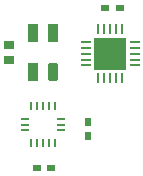
<source format=gbp>
G04 Layer_Color=16770453*
%FSLAX24Y24*%
%MOIN*%
G70*
G01*
G75*
%ADD17R,0.0280X0.0240*%
%ADD18R,0.0335X0.0630*%
G04:AMPARAMS|DCode=19|XSize=63mil|YSize=33.5mil|CornerRadius=8.4mil|HoleSize=0mil|Usage=FLASHONLY|Rotation=90.000|XOffset=0mil|YOffset=0mil|HoleType=Round|Shape=RoundedRectangle|*
%AMROUNDEDRECTD19*
21,1,0.0630,0.0167,0,0,90.0*
21,1,0.0463,0.0335,0,0,90.0*
1,1,0.0167,0.0084,0.0231*
1,1,0.0167,0.0084,-0.0231*
1,1,0.0167,-0.0084,-0.0231*
1,1,0.0167,-0.0084,0.0231*
%
%ADD19ROUNDEDRECTD19*%
%ADD20O,0.0276X0.0098*%
%ADD21O,0.0098X0.0276*%
%ADD22R,0.0240X0.0280*%
%ADD23R,0.0354X0.0315*%
%ADD24R,0.1063X0.1063*%
%ADD25O,0.0098X0.0354*%
%ADD26O,0.0354X0.0098*%
D17*
X25705Y25118D02*
D03*
X26185D02*
D03*
X23421Y19764D02*
D03*
X23901D02*
D03*
D18*
X23967Y24272D02*
D03*
X23278D02*
D03*
Y22972D02*
D03*
D19*
X23967D02*
D03*
D20*
X24232Y21024D02*
D03*
Y21220D02*
D03*
Y21417D02*
D03*
X23012D02*
D03*
Y21220D02*
D03*
Y21024D02*
D03*
D21*
X24016Y21831D02*
D03*
X23819D02*
D03*
X23622D02*
D03*
X23425D02*
D03*
X23228D02*
D03*
Y20610D02*
D03*
X23425D02*
D03*
X23622D02*
D03*
X23819D02*
D03*
X24016D02*
D03*
D22*
X25118Y21303D02*
D03*
Y20823D02*
D03*
D23*
X22480Y23376D02*
D03*
Y23868D02*
D03*
D24*
X25866Y23583D02*
D03*
D25*
X26260Y24390D02*
D03*
X26063D02*
D03*
X25866D02*
D03*
X25669D02*
D03*
X25472D02*
D03*
Y22776D02*
D03*
X25669D02*
D03*
X25866D02*
D03*
X26063D02*
D03*
X26260D02*
D03*
D26*
X25059Y23976D02*
D03*
Y23780D02*
D03*
Y23583D02*
D03*
Y23386D02*
D03*
Y23189D02*
D03*
X26673D02*
D03*
Y23386D02*
D03*
Y23583D02*
D03*
Y23780D02*
D03*
Y23976D02*
D03*
M02*

</source>
